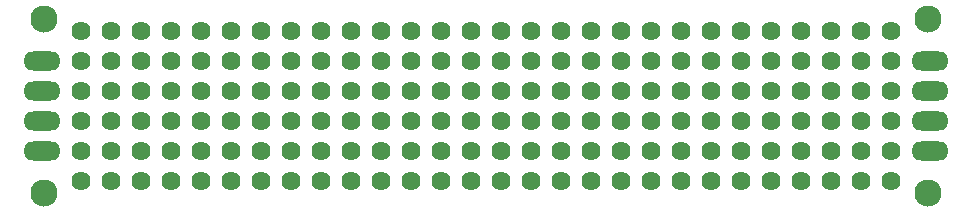
<source format=gbr>
%TF.GenerationSoftware,KiCad,Pcbnew,9.0.1*%
%TF.CreationDate,2025-05-06T23:45:29-04:00*%
%TF.ProjectId,classic-protoboard_6x28,636c6173-7369-4632-9d70-726f746f626f,rev?*%
%TF.SameCoordinates,Original*%
%TF.FileFunction,Soldermask,Top*%
%TF.FilePolarity,Negative*%
%FSLAX46Y46*%
G04 Gerber Fmt 4.6, Leading zero omitted, Abs format (unit mm)*
G04 Created by KiCad (PCBNEW 9.0.1) date 2025-05-06 23:45:29*
%MOMM*%
%LPD*%
G01*
G04 APERTURE LIST*
%ADD10O,3.148000X1.624000*%
%ADD11C,2.300000*%
%ADD12C,1.624000*%
G04 APERTURE END LIST*
D10*
%TO.C,REF\u002A\u002A*%
X108530000Y-130910000D03*
%TD*%
%TO.C,REF\u002A\u002A*%
X108530000Y-123290000D03*
%TD*%
%TO.C,REF\u002A\u002A*%
X108530000Y-128370000D03*
%TD*%
D11*
%TO.C,REF\u002A\u002A*%
X108730000Y-134530000D03*
%TD*%
D10*
%TO.C,REF\u002A\u002A*%
X183714000Y-123290000D03*
%TD*%
D11*
%TO.C,REF\u002A\u002A*%
X183530000Y-119730000D03*
%TD*%
D10*
%TO.C,REF\u002A\u002A*%
X183714000Y-130910000D03*
%TD*%
%TO.C,REF\u002A\u002A*%
X183714000Y-128370000D03*
%TD*%
%TO.C,REF\u002A\u002A*%
X183714000Y-125830000D03*
%TD*%
D11*
%TO.C,REF\u002A\u002A*%
X108730000Y-119730000D03*
%TD*%
D10*
%TO.C,REF\u002A\u002A*%
X108530000Y-125830000D03*
%TD*%
D11*
%TO.C,REF\u002A\u002A*%
X183530000Y-134530000D03*
%TD*%
D12*
X162632000Y-130910000D03*
X165172000Y-130910000D03*
X167712000Y-130910000D03*
X180412000Y-130910000D03*
X132152000Y-128370000D03*
X111832000Y-130910000D03*
X114372000Y-128370000D03*
X137232000Y-128370000D03*
X142312000Y-128370000D03*
X157552000Y-120750000D03*
X160092000Y-128370000D03*
X139772000Y-133450000D03*
X142312000Y-133450000D03*
X116912000Y-133450000D03*
X127072000Y-128370000D03*
X144852000Y-133450000D03*
X147392000Y-133450000D03*
X160092000Y-120750000D03*
X132152000Y-130910000D03*
X144852000Y-120750000D03*
X111832000Y-128370000D03*
X121992000Y-125830000D03*
X129612000Y-125830000D03*
X124532000Y-128370000D03*
X111832000Y-125830000D03*
X155012000Y-123290000D03*
X147392000Y-128370000D03*
X160092000Y-133450000D03*
X157552000Y-125830000D03*
X162632000Y-133450000D03*
X165172000Y-133450000D03*
X167712000Y-133450000D03*
X180412000Y-133450000D03*
X167712000Y-125830000D03*
X121992000Y-120750000D03*
X132152000Y-123290000D03*
X121992000Y-133450000D03*
X124532000Y-123290000D03*
X129612000Y-120750000D03*
X160092000Y-130910000D03*
X111832000Y-133450000D03*
X149932000Y-130910000D03*
X127072000Y-125830000D03*
X124532000Y-120750000D03*
X147392000Y-120750000D03*
X114372000Y-133450000D03*
X165172000Y-123290000D03*
X165172000Y-125830000D03*
X167712000Y-120750000D03*
X180412000Y-120750000D03*
X162632000Y-128370000D03*
X165172000Y-128370000D03*
X162632000Y-120750000D03*
X165172000Y-120750000D03*
X167712000Y-123290000D03*
X139772000Y-128370000D03*
X121992000Y-130910000D03*
X124532000Y-130910000D03*
X160092000Y-125830000D03*
X157552000Y-130910000D03*
X155012000Y-120750000D03*
X114372000Y-130910000D03*
X127072000Y-123290000D03*
X132152000Y-120750000D03*
X121992000Y-123290000D03*
X152472000Y-123290000D03*
X119452000Y-120750000D03*
X149932000Y-120750000D03*
X152472000Y-128370000D03*
X139772000Y-130910000D03*
X142312000Y-130910000D03*
X144852000Y-130910000D03*
X147392000Y-130910000D03*
X144852000Y-128370000D03*
X119452000Y-125830000D03*
X144852000Y-123290000D03*
X134692000Y-128370000D03*
X129612000Y-128370000D03*
X137232000Y-125830000D03*
X127072000Y-133450000D03*
X137232000Y-120750000D03*
X111832000Y-123290000D03*
X114372000Y-123290000D03*
X147392000Y-125830000D03*
X157552000Y-123290000D03*
X147392000Y-123290000D03*
X149932000Y-123290000D03*
X152472000Y-125830000D03*
X134692000Y-123290000D03*
X127072000Y-120750000D03*
X116912000Y-128370000D03*
X152472000Y-130910000D03*
X155012000Y-130910000D03*
X149932000Y-128370000D03*
X139772000Y-120750000D03*
X132152000Y-125830000D03*
X119452000Y-123290000D03*
X144852000Y-125830000D03*
X116912000Y-123290000D03*
X134692000Y-125830000D03*
X119452000Y-128370000D03*
X121992000Y-128370000D03*
X134692000Y-130910000D03*
X137232000Y-130910000D03*
X157552000Y-128370000D03*
X155012000Y-125830000D03*
X139772000Y-123290000D03*
X162632000Y-123290000D03*
X111832000Y-120750000D03*
X180412000Y-123290000D03*
X167712000Y-128370000D03*
X180412000Y-128370000D03*
X180412000Y-125830000D03*
X162632000Y-125830000D03*
X134692000Y-120750000D03*
X124532000Y-125830000D03*
X137232000Y-123290000D03*
X157552000Y-133450000D03*
X116912000Y-120750000D03*
X116912000Y-130910000D03*
X119452000Y-130910000D03*
X149932000Y-133450000D03*
X152472000Y-133450000D03*
X155012000Y-133450000D03*
X129612000Y-133450000D03*
X132152000Y-133450000D03*
X124532000Y-133450000D03*
X134692000Y-133450000D03*
X137232000Y-133450000D03*
X119452000Y-133450000D03*
X152472000Y-120750000D03*
X139772000Y-125830000D03*
X142312000Y-125830000D03*
X114372000Y-125830000D03*
X116912000Y-125830000D03*
X160092000Y-123290000D03*
X142312000Y-123290000D03*
X114372000Y-120750000D03*
X149932000Y-125830000D03*
X127072000Y-130910000D03*
X129612000Y-130910000D03*
X155012000Y-128370000D03*
X142312000Y-120750000D03*
X129612000Y-123290000D03*
X170252000Y-130910000D03*
X172792000Y-130910000D03*
X175332000Y-130910000D03*
X177872000Y-130910000D03*
X170252000Y-133450000D03*
X172792000Y-133450000D03*
X175332000Y-133450000D03*
X177872000Y-133450000D03*
X170252000Y-125830000D03*
X172792000Y-125830000D03*
X175332000Y-125830000D03*
X177872000Y-125830000D03*
X170252000Y-120750000D03*
X172792000Y-120750000D03*
X175332000Y-120750000D03*
X177872000Y-120750000D03*
X170252000Y-123290000D03*
X172792000Y-123290000D03*
X175332000Y-123290000D03*
X177872000Y-123290000D03*
X170252000Y-128370000D03*
X172792000Y-128370000D03*
X175332000Y-128370000D03*
X177872000Y-128370000D03*
M02*

</source>
